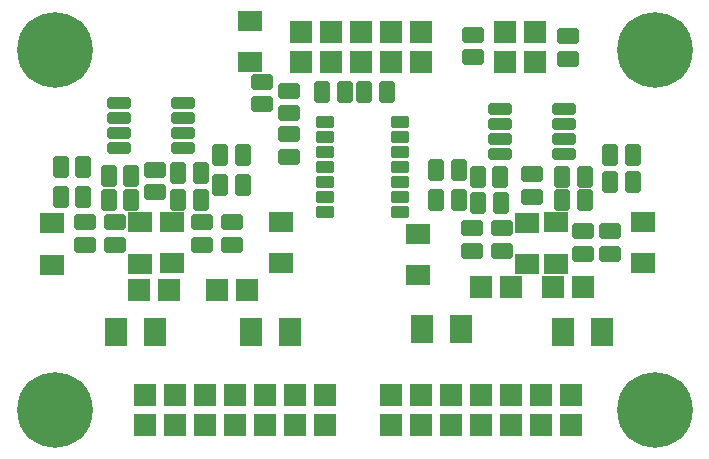
<source format=gbr>
%TF.GenerationSoftware,KiCad,Pcbnew,7.0.5.1-1-g8f565ef7f0-dirty-deb11*%
%TF.CreationDate,2023-07-05T14:44:19+00:00*%
%TF.ProjectId,VCAI2C01,56434149-3243-4303-912e-6b696361645f,rev?*%
%TF.SameCoordinates,Original*%
%TF.FileFunction,Soldermask,Bot*%
%TF.FilePolarity,Negative*%
%FSLAX46Y46*%
G04 Gerber Fmt 4.6, Leading zero omitted, Abs format (unit mm)*
G04 Created by KiCad (PCBNEW 7.0.5.1-1-g8f565ef7f0-dirty-deb11) date 2023-07-05 14:44:19*
%MOMM*%
%LPD*%
G01*
G04 APERTURE LIST*
G04 Aperture macros list*
%AMRoundRect*
0 Rectangle with rounded corners*
0 $1 Rounding radius*
0 $2 $3 $4 $5 $6 $7 $8 $9 X,Y pos of 4 corners*
0 Add a 4 corners polygon primitive as box body*
4,1,4,$2,$3,$4,$5,$6,$7,$8,$9,$2,$3,0*
0 Add four circle primitives for the rounded corners*
1,1,$1+$1,$2,$3*
1,1,$1+$1,$4,$5*
1,1,$1+$1,$6,$7*
1,1,$1+$1,$8,$9*
0 Add four rect primitives between the rounded corners*
20,1,$1+$1,$2,$3,$4,$5,0*
20,1,$1+$1,$4,$5,$6,$7,0*
20,1,$1+$1,$6,$7,$8,$9,0*
20,1,$1+$1,$8,$9,$2,$3,0*%
G04 Aperture macros list end*
%ADD10RoundRect,0.200000X0.762000X-0.762000X0.762000X0.762000X-0.762000X0.762000X-0.762000X-0.762000X0*%
%ADD11RoundRect,0.200000X-0.762000X0.762000X-0.762000X-0.762000X0.762000X-0.762000X0.762000X0.762000X0*%
%ADD12C,6.400000*%
%ADD13RoundRect,0.200000X-0.762000X-0.762000X0.762000X-0.762000X0.762000X0.762000X-0.762000X0.762000X0*%
%ADD14RoundRect,0.200000X0.444500X0.698500X-0.444500X0.698500X-0.444500X-0.698500X0.444500X-0.698500X0*%
%ADD15RoundRect,0.200000X-0.698500X0.444500X-0.698500X-0.444500X0.698500X-0.444500X0.698500X0.444500X0*%
%ADD16RoundRect,0.200000X0.698500X-0.444500X0.698500X0.444500X-0.698500X0.444500X-0.698500X-0.444500X0*%
%ADD17RoundRect,0.200000X-0.444500X-0.698500X0.444500X-0.698500X0.444500X0.698500X-0.444500X0.698500X0*%
%ADD18RoundRect,0.200000X0.849630X-0.650240X0.849630X0.650240X-0.849630X0.650240X-0.849630X-0.650240X0*%
%ADD19RoundRect,0.200000X-0.849630X0.650240X-0.849630X-0.650240X0.849630X-0.650240X0.849630X0.650240X0*%
%ADD20RoundRect,0.200000X-0.775000X-0.300000X0.775000X-0.300000X0.775000X0.300000X-0.775000X0.300000X0*%
%ADD21RoundRect,0.200000X0.571500X-0.300000X0.571500X0.300000X-0.571500X0.300000X-0.571500X-0.300000X0*%
%ADD22RoundRect,0.200000X-0.762000X-1.016000X0.762000X-1.016000X0.762000X1.016000X-0.762000X1.016000X0*%
%ADD23RoundRect,0.200000X0.762000X1.016000X-0.762000X1.016000X-0.762000X-1.016000X0.762000X-1.016000X0*%
G04 APERTURE END LIST*
D10*
%TO.C,J2*%
X7112000Y10160000D03*
X9652000Y10160000D03*
%TD*%
D11*
%TO.C,J4*%
X16256000Y10160000D03*
X13716000Y10160000D03*
%TD*%
D10*
%TO.C,J6*%
X36068000Y10414000D03*
X38608000Y10414000D03*
%TD*%
D11*
%TO.C,J8*%
X44704000Y10414000D03*
X42164000Y10414000D03*
%TD*%
D10*
%TO.C,J10*%
X38100000Y29464000D03*
X38100000Y32004000D03*
%TD*%
%TO.C,J11*%
X40640000Y29464000D03*
X40640000Y32004000D03*
%TD*%
%TO.C,J13*%
X20828000Y29464000D03*
X20828000Y32004000D03*
X23368000Y29464000D03*
X23368000Y32004000D03*
X25908000Y29464000D03*
X25908000Y32004000D03*
X28448000Y29464000D03*
X28448000Y32004000D03*
X30988000Y29464000D03*
X30988000Y32004000D03*
%TD*%
D12*
%TO.C,M1*%
X50800000Y30480000D03*
%TD*%
%TO.C,M2*%
X0Y0D03*
%TD*%
%TO.C,M3*%
X50800000Y0D03*
%TD*%
%TO.C,M4*%
X0Y30480000D03*
%TD*%
D13*
%TO.C,J14*%
X22860000Y1270000D03*
X22860000Y-1270000D03*
%TD*%
%TO.C,J15*%
X17780000Y1270000D03*
X17780000Y-1270000D03*
%TD*%
%TO.C,J16*%
X20320000Y1270000D03*
X20320000Y-1270000D03*
%TD*%
%TO.C,J17*%
X15240000Y1270000D03*
X15240000Y-1270000D03*
%TD*%
%TO.C,J18*%
X33528000Y1270000D03*
X33528000Y-1270000D03*
%TD*%
%TO.C,J19*%
X30988000Y1270000D03*
X30988000Y-1270000D03*
%TD*%
%TO.C,J20*%
X43688000Y1270000D03*
X43688000Y-1270000D03*
%TD*%
%TO.C,J21*%
X38608000Y1270000D03*
X38608000Y-1270000D03*
%TD*%
%TO.C,J22*%
X41148000Y1270000D03*
X41148000Y-1270000D03*
%TD*%
%TO.C,J23*%
X28448000Y1270000D03*
X28448000Y-1270000D03*
%TD*%
D10*
%TO.C,J3*%
X36068000Y-1270000D03*
X36068000Y1270000D03*
%TD*%
D13*
%TO.C,J5*%
X7620000Y1270000D03*
X7620000Y-1270000D03*
%TD*%
%TO.C,J7*%
X12700000Y1270000D03*
X12700000Y-1270000D03*
%TD*%
%TO.C,J9*%
X10160000Y1270000D03*
X10160000Y-1270000D03*
%TD*%
D14*
%TO.C,C1*%
X2413000Y20574000D03*
X508000Y20574000D03*
%TD*%
D15*
%TO.C,C2*%
X19812000Y23368000D03*
X19812000Y21463000D03*
%TD*%
D16*
%TO.C,C3*%
X19812000Y25146000D03*
X19812000Y27051000D03*
%TD*%
D17*
%TO.C,C4*%
X14033500Y21590000D03*
X15938500Y21590000D03*
%TD*%
D15*
%TO.C,C5*%
X8483600Y20358100D03*
X8483600Y18453100D03*
%TD*%
D14*
%TO.C,C6*%
X6502400Y17780000D03*
X4597400Y17780000D03*
%TD*%
D17*
%TO.C,C7*%
X10477500Y17780000D03*
X12382500Y17780000D03*
%TD*%
D14*
%TO.C,C8*%
X34226500Y17780000D03*
X32321500Y17780000D03*
%TD*%
D17*
%TO.C,C9*%
X47053500Y19304000D03*
X48958500Y19304000D03*
%TD*%
D14*
%TO.C,C10*%
X37782500Y17526000D03*
X35877500Y17526000D03*
%TD*%
D17*
%TO.C,C11*%
X42989500Y19710400D03*
X44894500Y19710400D03*
%TD*%
D18*
%TO.C,D1*%
X16510000Y32992060D03*
X16510000Y29491940D03*
%TD*%
D19*
%TO.C,D2*%
X7264400Y12400280D03*
X7264400Y15900400D03*
%TD*%
%TO.C,D3*%
X9906000Y12473940D03*
X9906000Y15974060D03*
%TD*%
%TO.C,D4*%
X-203200Y12321540D03*
X-203200Y15821660D03*
%TD*%
%TO.C,D5*%
X19151600Y12451080D03*
X19151600Y15951200D03*
%TD*%
%TO.C,D6*%
X39979600Y12349480D03*
X39979600Y15849600D03*
%TD*%
%TO.C,D7*%
X42418000Y12423140D03*
X42418000Y15923260D03*
%TD*%
%TO.C,D8*%
X30734000Y11457940D03*
X30734000Y14958060D03*
%TD*%
%TO.C,D9*%
X49784000Y12473940D03*
X49784000Y15974060D03*
%TD*%
D15*
%TO.C,R3*%
X5130800Y15938500D03*
X5130800Y14033500D03*
%TD*%
%TO.C,R4*%
X2590800Y15938500D03*
X2590800Y14033500D03*
%TD*%
%TO.C,R5*%
X12446000Y15938500D03*
X12446000Y14033500D03*
%TD*%
%TO.C,R6*%
X14986000Y15938500D03*
X14986000Y14033500D03*
%TD*%
D17*
%TO.C,R7*%
X508000Y18034000D03*
X2413000Y18034000D03*
%TD*%
D14*
%TO.C,R8*%
X15938500Y19050000D03*
X14033500Y19050000D03*
%TD*%
D17*
%TO.C,R9*%
X4597400Y19812000D03*
X6502400Y19812000D03*
%TD*%
D14*
%TO.C,R10*%
X12382500Y20066000D03*
X10477500Y20066000D03*
%TD*%
D15*
%TO.C,R13*%
X37846000Y15430500D03*
X37846000Y13525500D03*
%TD*%
%TO.C,R14*%
X35306000Y15430500D03*
X35306000Y13525500D03*
%TD*%
%TO.C,R15*%
X44704000Y15176500D03*
X44704000Y13271500D03*
%TD*%
%TO.C,R16*%
X46990000Y15176500D03*
X46990000Y13271500D03*
%TD*%
D17*
%TO.C,R17*%
X32321500Y20320000D03*
X34226500Y20320000D03*
%TD*%
D14*
%TO.C,R18*%
X48958500Y21590000D03*
X47053500Y21590000D03*
%TD*%
D17*
%TO.C,R19*%
X35839400Y19761200D03*
X37744400Y19761200D03*
%TD*%
D14*
%TO.C,R20*%
X44894500Y17780000D03*
X42989500Y17780000D03*
%TD*%
D16*
%TO.C,R21*%
X43434000Y29781500D03*
X43434000Y31686500D03*
%TD*%
%TO.C,R22*%
X35458400Y29895800D03*
X35458400Y31800800D03*
%TD*%
D14*
%TO.C,R23*%
X24574500Y26924000D03*
X22669500Y26924000D03*
%TD*%
D17*
%TO.C,R24*%
X26225500Y26924000D03*
X28130500Y26924000D03*
%TD*%
D20*
%TO.C,U1*%
X5428000Y22225000D03*
X5428000Y23495000D03*
X5428000Y24765000D03*
X5428000Y26035000D03*
X10828000Y26035000D03*
X10828000Y24765000D03*
X10828000Y23495000D03*
X10828000Y22225000D03*
%TD*%
%TO.C,U2*%
X37686000Y21717000D03*
X37686000Y22987000D03*
X37686000Y24257000D03*
X37686000Y25527000D03*
X43086000Y25527000D03*
X43086000Y24257000D03*
X43086000Y22987000D03*
X43086000Y21717000D03*
%TD*%
D21*
%TO.C,U3*%
X22860000Y16764000D03*
X22860000Y18034000D03*
X22860000Y19304000D03*
X22860000Y20574000D03*
X22860000Y21844000D03*
X22860000Y23114000D03*
X22860000Y24384000D03*
X29210000Y24384000D03*
X29210000Y23114000D03*
X29210000Y21844000D03*
X29210000Y20574000D03*
X29210000Y19304000D03*
X29210000Y18034000D03*
X29210000Y16764000D03*
%TD*%
D15*
%TO.C,C12*%
X40386000Y20002500D03*
X40386000Y18097500D03*
%TD*%
%TO.C,L1*%
X17526000Y27813000D03*
X17526000Y25908000D03*
%TD*%
D22*
%TO.C,R1*%
X5207000Y6604000D03*
X8509000Y6604000D03*
%TD*%
D23*
%TO.C,R2*%
X19939000Y6604000D03*
X16637000Y6604000D03*
%TD*%
D22*
%TO.C,R11*%
X31115000Y6858000D03*
X34417000Y6858000D03*
%TD*%
D23*
%TO.C,R12*%
X46355000Y6604000D03*
X43053000Y6604000D03*
%TD*%
M02*

</source>
